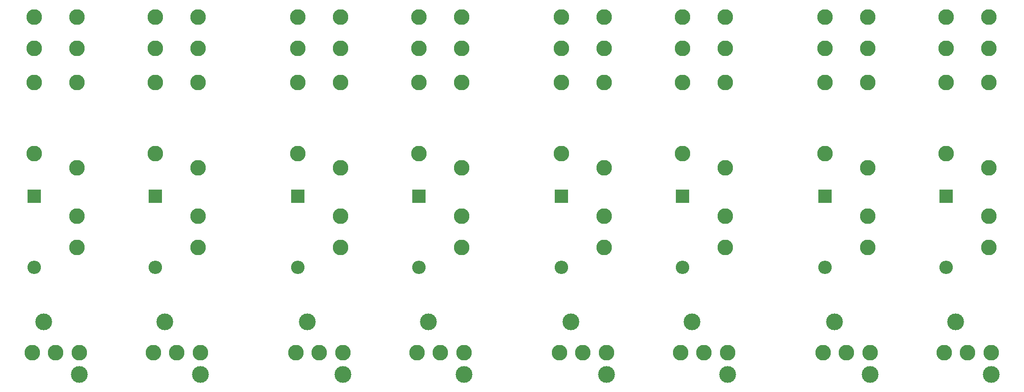
<source format=gbr>
%TF.GenerationSoftware,KiCad,Pcbnew,(5.1.10)-1*%
%TF.CreationDate,2021-08-28T09:33:30-05:00*%
%TF.ProjectId,Relay-Module,52656c61-792d-44d6-9f64-756c652e6b69,rev?*%
%TF.SameCoordinates,Original*%
%TF.FileFunction,Soldermask,Bot*%
%TF.FilePolarity,Negative*%
%FSLAX46Y46*%
G04 Gerber Fmt 4.6, Leading zero omitted, Abs format (unit mm)*
G04 Created by KiCad (PCBNEW (5.1.10)-1) date 2021-08-28 09:33:30*
%MOMM*%
%LPD*%
G01*
G04 APERTURE LIST*
%ADD10C,2.794000*%
%ADD11C,2.997200*%
%ADD12O,2.400000X2.400000*%
%ADD13R,2.400000X2.400000*%
G04 APERTURE END LIST*
D10*
%TO.C,K1*%
X57150000Y-77470000D03*
X64770000Y-80010000D03*
X57150000Y-64770000D03*
X64770000Y-64770000D03*
%TD*%
%TO.C,K2*%
X78740000Y-77470000D03*
X86360000Y-80010000D03*
X78740000Y-64770000D03*
X86360000Y-64770000D03*
%TD*%
%TO.C,K3*%
X104140000Y-77470000D03*
X111760000Y-80010000D03*
X104140000Y-64770000D03*
X111760000Y-64770000D03*
%TD*%
%TO.C,K4*%
X125730000Y-77470000D03*
X133350000Y-80010000D03*
X125730000Y-64770000D03*
X133350000Y-64770000D03*
%TD*%
%TO.C,K5*%
X151130000Y-77470000D03*
X158750000Y-80010000D03*
X151130000Y-64770000D03*
X158750000Y-64770000D03*
%TD*%
%TO.C,K6*%
X172720000Y-77470000D03*
X180340000Y-80010000D03*
X172720000Y-64770000D03*
X180340000Y-64770000D03*
%TD*%
%TO.C,K7*%
X198120000Y-77470000D03*
X205740000Y-80010000D03*
X198120000Y-64770000D03*
X205740000Y-64770000D03*
%TD*%
%TO.C,K8*%
X219710000Y-77470000D03*
X227330000Y-80010000D03*
X219710000Y-64770000D03*
X227330000Y-64770000D03*
%TD*%
D11*
%TO.C,J1*%
X58851800Y-107492800D03*
X65151000Y-116890800D03*
D10*
X56769000Y-113030000D03*
X65151000Y-113030000D03*
X60960000Y-113030000D03*
%TD*%
%TO.C,J7*%
X64770000Y-88646000D03*
X64770000Y-94234000D03*
%TD*%
%TO.C,J3*%
X57150000Y-58674000D03*
X57150000Y-53086000D03*
%TD*%
%TO.C,J4*%
X64770000Y-58674000D03*
X64770000Y-53086000D03*
%TD*%
D11*
%TO.C,J2*%
X80441800Y-107492800D03*
X86741000Y-116890800D03*
D10*
X78359000Y-113030000D03*
X86741000Y-113030000D03*
X82550000Y-113030000D03*
%TD*%
%TO.C,J8*%
X86360000Y-88646000D03*
X86360000Y-94234000D03*
%TD*%
%TO.C,J5*%
X78740000Y-58674000D03*
X78740000Y-53086000D03*
%TD*%
%TO.C,J6*%
X86360000Y-58674000D03*
X86360000Y-53086000D03*
%TD*%
D11*
%TO.C,J9*%
X105841800Y-107492800D03*
X112141000Y-116890800D03*
D10*
X103759000Y-113030000D03*
X112141000Y-113030000D03*
X107950000Y-113030000D03*
%TD*%
%TO.C,J15*%
X111760000Y-88646000D03*
X111760000Y-94234000D03*
%TD*%
%TO.C,J11*%
X104140000Y-58674000D03*
X104140000Y-53086000D03*
%TD*%
%TO.C,J12*%
X111760000Y-58674000D03*
X111760000Y-53086000D03*
%TD*%
D11*
%TO.C,J10*%
X127431800Y-107492800D03*
X133731000Y-116890800D03*
D10*
X125349000Y-113030000D03*
X133731000Y-113030000D03*
X129540000Y-113030000D03*
%TD*%
%TO.C,J16*%
X133350000Y-88646000D03*
X133350000Y-94234000D03*
%TD*%
%TO.C,J13*%
X125730000Y-58674000D03*
X125730000Y-53086000D03*
%TD*%
%TO.C,J14*%
X133350000Y-58674000D03*
X133350000Y-53086000D03*
%TD*%
D11*
%TO.C,J17*%
X152831800Y-107492800D03*
X159131000Y-116890800D03*
D10*
X150749000Y-113030000D03*
X159131000Y-113030000D03*
X154940000Y-113030000D03*
%TD*%
%TO.C,J23*%
X158750000Y-88646000D03*
X158750000Y-94234000D03*
%TD*%
%TO.C,J19*%
X151130000Y-58674000D03*
X151130000Y-53086000D03*
%TD*%
%TO.C,J20*%
X158750000Y-58674000D03*
X158750000Y-53086000D03*
%TD*%
D11*
%TO.C,J18*%
X174421800Y-107492800D03*
X180721000Y-116890800D03*
D10*
X172339000Y-113030000D03*
X180721000Y-113030000D03*
X176530000Y-113030000D03*
%TD*%
%TO.C,J24*%
X180340000Y-88646000D03*
X180340000Y-94234000D03*
%TD*%
%TO.C,J21*%
X172720000Y-58674000D03*
X172720000Y-53086000D03*
%TD*%
%TO.C,J22*%
X180340000Y-58674000D03*
X180340000Y-53086000D03*
%TD*%
%TO.C,J27*%
X198120000Y-58674000D03*
X198120000Y-53086000D03*
%TD*%
%TO.C,J28*%
X205740000Y-58674000D03*
X205740000Y-53086000D03*
%TD*%
%TO.C,J31*%
X205740000Y-88646000D03*
X205740000Y-94234000D03*
%TD*%
D11*
%TO.C,J25*%
X199821800Y-107492800D03*
X206121000Y-116890800D03*
D10*
X197739000Y-113030000D03*
X206121000Y-113030000D03*
X201930000Y-113030000D03*
%TD*%
D11*
%TO.C,J26*%
X221411800Y-107492800D03*
X227711000Y-116890800D03*
D10*
X219329000Y-113030000D03*
X227711000Y-113030000D03*
X223520000Y-113030000D03*
%TD*%
%TO.C,J32*%
X227330000Y-88646000D03*
X227330000Y-94234000D03*
%TD*%
%TO.C,J29*%
X219710000Y-58674000D03*
X219710000Y-53086000D03*
%TD*%
%TO.C,J30*%
X227330000Y-58674000D03*
X227330000Y-53086000D03*
%TD*%
D12*
%TO.C,D1*%
X57150000Y-97790000D03*
D13*
X57150000Y-85090000D03*
%TD*%
%TO.C,D2*%
X78740000Y-85090000D03*
D12*
X78740000Y-97790000D03*
%TD*%
%TO.C,D3*%
X104140000Y-97790000D03*
D13*
X104140000Y-85090000D03*
%TD*%
%TO.C,D4*%
X125730000Y-85090000D03*
D12*
X125730000Y-97790000D03*
%TD*%
D13*
%TO.C,D5*%
X151130000Y-85090000D03*
D12*
X151130000Y-97790000D03*
%TD*%
D13*
%TO.C,D6*%
X172720000Y-85090000D03*
D12*
X172720000Y-97790000D03*
%TD*%
%TO.C,D7*%
X198120000Y-97790000D03*
D13*
X198120000Y-85090000D03*
%TD*%
D12*
%TO.C,D8*%
X219710000Y-97790000D03*
D13*
X219710000Y-85090000D03*
%TD*%
M02*

</source>
